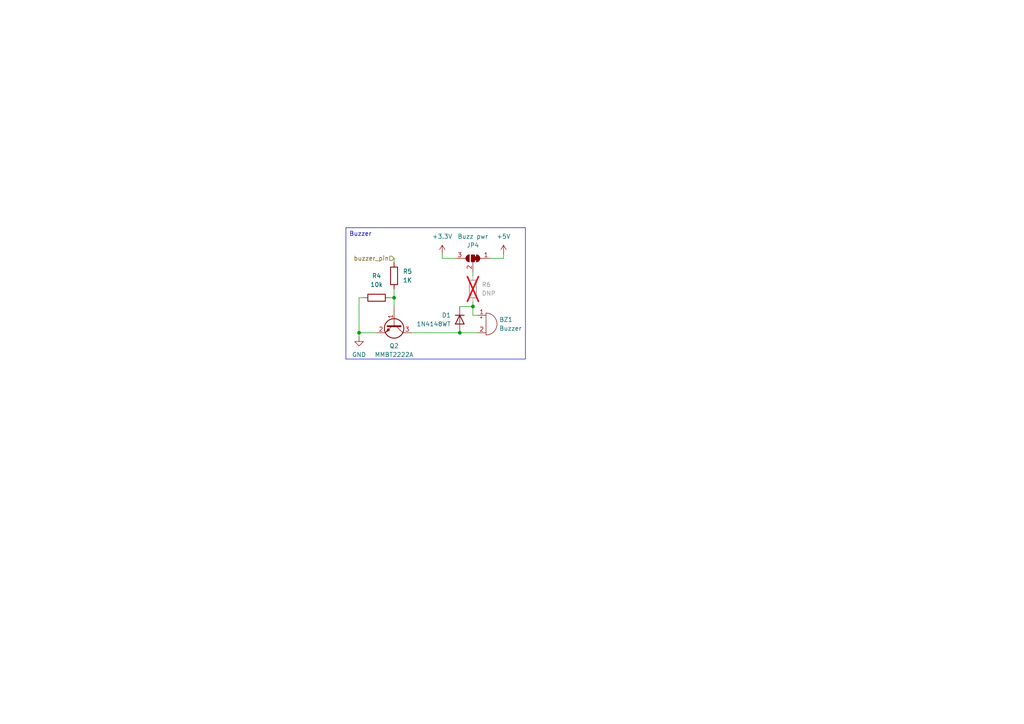
<source format=kicad_sch>
(kicad_sch (version 20250114) (generator "eeschema") (generator_version "9.0")
  (paper "A4")
  (lib_symbols
    (symbol "Device:Buzzer" (pin_names (offset 0.0254) (hide yes))
      (property "Reference" "BZ" (at 3.81 1.27 0))
      (property "Value" "Buzzer" (at 3.81 -1.27 0))
      (symbol "Buzzer_0_1"
        (polyline (pts (xy -1.651 1.905) (xy -1.143 1.905)))
        (polyline (pts (xy -1.397 2.159) (xy -1.397 1.651)))
        (arc (start 0 3.175) (mid 3.1612 0) (end 0 -3.175))
        (polyline (pts (xy 0 3.175) (xy 0 -3.175)))
      )
      (symbol "Buzzer_1_1"
        (pin passive line (at -2.54 2.54 0) (length 2.54) (name "+") (number "1"))
        (pin passive line (at -2.54 -2.54 0) (length 2.54) (name "-") (number "2"))
      )
    )
    (symbol "Device:R" (pin_numbers (hide yes)) (pin_names (offset 0))
      (property "Reference" "R" (at 2.032 0 90))
      (property "Value" "R" (at 0 0 90))
      (symbol "R_0_1"
        (rectangle (start -1.016 -2.54) (end 1.016 2.54) (stroke (width 0.254)))
      )
      (symbol "R_1_1"
        (pin passive line (at 0 3.81 270) (length 1.27) (name "~") (number "1"))
        (pin passive line (at 0 -3.81 90) (length 1.27) (name "~") (number "2"))
      )
    )
    (symbol "Diode:1N4148WT" (pin_numbers (hide yes)) (pin_names (hide yes))
      (property "Reference" "D" (at 0 2.54 0))
      (property "Value" "1N4148WT" (at 0 -2.54 0))
      (symbol "1N4148WT_0_1"
        (polyline (pts (xy -1.27 1.27) (xy -1.27 -1.27)) (stroke (width 0.254)))
        (polyline (pts (xy 1.27 1.27) (xy 1.27 -1.27) (xy -1.27 0) (xy 1.27 1.27)) (stroke (width 0.254)))
        (polyline (pts (xy 1.27 0) (xy -1.27 0)))
      )
      (symbol "1N4148WT_1_1"
        (pin passive line (at -3.81 0 0) (length 2.54) (name "K") (number "1"))
        (pin passive line (at 3.81 0 180) (length 2.54) (name "A") (number "2"))
      )
    )
    (symbol "Jumper:SolderJumper_3_Bridged12" (pin_names (offset 0) (hide yes)) (exclude_from_sim yes) (in_bom no)
      (property "Reference" "JP" (at -2.54 -2.54 0))
      (property "Value" "SolderJumper_3_Bridged12" (at 0 2.794 0))
      (symbol "SolderJumper_3_Bridged12_0_1"
        (polyline (pts (xy -2.54 0) (xy -2.032 0)))
        (polyline (pts (xy -1.016 1.016) (xy -1.016 -1.016)))
        (rectangle (start -1.016 0.508) (end -0.508 -0.508) (fill (type outline)))
        (arc (start -1.016 -1.016) (mid -2.0276 0) (end -1.016 1.016))
        (arc (start -1.016 -1.016) (mid -2.0276 0) (end -1.016 1.016) (fill (type outline)))
        (rectangle (start -0.508 1.016) (end 0.508 -1.016) (fill (type outline)))
        (polyline (pts (xy 0 -1.27) (xy 0 -1.016)))
        (arc (start 1.016 1.016) (mid 2.0276 0) (end 1.016 -1.016))
        (arc (start 1.016 1.016) (mid 2.0276 0) (end 1.016 -1.016) (fill (type outline)))
        (polyline (pts (xy 1.016 1.016) (xy 1.016 -1.016)))
        (polyline (pts (xy 2.54 0) (xy 2.032 0)))
      )
      (symbol "SolderJumper_3_Bridged12_1_1"
        (pin passive line (at -5.08 0 0) (length 2.54) (name "A") (number "1"))
        (pin passive line (at 0 -3.81 90) (length 2.54) (name "C") (number "2"))
        (pin passive line (at 5.08 0 180) (length 2.54) (name "B") (number "3"))
      )
    )
    (symbol "Transistor_BJT:MMBT2222A" (pin_names (offset 0) (hide yes))
      (property "Reference" "Q" (at 5.08 1.905 0))
      (property "Value" "MMBT2222A" (at 5.08 0 0))
      (symbol "MMBT2222A_0_1"
        (polyline (pts (xy 0.635 1.905) (xy 0.635 -1.905) (xy 0.635 -1.905)) (stroke (width 0.508)))
        (polyline (pts (xy 0.635 0.635) (xy 2.54 2.54)))
        (polyline (pts (xy 0.635 -0.635) (xy 2.54 -2.54) (xy 2.54 -2.54)))
        (circle (center 1.27 0) (radius 2.8194) (stroke (width 0.254)))
        (polyline (pts (xy 1.27 -1.778) (xy 1.778 -1.27) (xy 2.286 -2.286) (xy 1.27 -1.778) (xy 1.27 -1.778)) (fill (type outline)))
      )
      (symbol "MMBT2222A_1_1"
        (pin input line (at -5.08 0 0) (length 5.715) (name "B") (number "1"))
        (pin passive line (at 2.54 5.08 270) (length 2.54) (name "C") (number "3"))
        (pin passive line (at 2.54 -5.08 90) (length 2.54) (name "E") (number "2"))
      )
    )
    (symbol "power:+3.3V" (power) (pin_numbers (hide yes)) (pin_names (offset 0) (hide yes))
      (property "Value" "+3.3V" (at 0 3.556 0))
      (symbol "+3.3V_0_1"
        (polyline (pts (xy -0.762 1.27) (xy 0 2.54)))
        (polyline (pts (xy 0 2.54) (xy 0.762 1.27)))
        (polyline (pts (xy 0 0) (xy 0 2.54)))
      )
      (symbol "+3.3V_1_1"
        (pin power_in line (at 0 0 90) (length 0) (name "~") (number "1"))
      )
    )
    (symbol "power:+5V" (power) (pin_numbers (hide yes)) (pin_names (offset 0) (hide yes))
      (property "Value" "+5V" (at 0 3.556 0))
      (symbol "+5V_0_1"
        (polyline (pts (xy -0.762 1.27) (xy 0 2.54)))
        (polyline (pts (xy 0 2.54) (xy 0.762 1.27)))
        (polyline (pts (xy 0 0) (xy 0 2.54)))
      )
      (symbol "+5V_1_1"
        (pin power_in line (at 0 0 90) (length 0) (name "~") (number "1"))
      )
    )
    (symbol "power:GND" (power) (pin_numbers (hide yes)) (pin_names (offset 0) (hide yes))
      (property "Value" "GND" (at 0 -3.81 0))
      (symbol "GND_0_1"
        (polyline (pts (xy 0 0) (xy 0 -1.27) (xy 1.27 -1.27) (xy 0 -2.54) (xy -1.27 -1.27) (xy 0 -1.27)))
      )
      (symbol "GND_1_1"
        (pin power_in line (at 0 0 270) (length 0) (name "~") (number "1"))
      )
    )
  )
  (text_box "Buzzer" (at 100.33 66.04 0) (size 52.07 38.1) (margins 0.9525 0.9525 0.9525 0.9525) (effects (font (size 1.27 1.27)) (justify left top)))
  (junction (at 104.14 96.52))
  (junction (at 133.35 96.52))
  (junction (at 137.16 88.9))
  (junction (at 114.3 86.36))
  (wire (pts (xy 113.03 86.36) (xy 114.3 86.36)))
  (wire (pts (xy 133.35 96.52) (xy 138.43 96.52)))
  (wire (pts (xy 128.27 74.93) (xy 132.08 74.93)))
  (wire (pts (xy 104.14 86.36) (xy 104.14 96.52)))
  (wire (pts (xy 137.16 78.74) (xy 137.16 80.01)))
  (wire (pts (xy 137.16 91.44) (xy 138.43 91.44)))
  (wire (pts (xy 119.38 96.52) (xy 133.35 96.52)))
  (wire (pts (xy 105.41 86.36) (xy 104.14 86.36)))
  (wire (pts (xy 137.16 88.9) (xy 137.16 91.44)))
  (wire (pts (xy 114.3 83.82) (xy 114.3 86.36)))
  (wire (pts (xy 128.27 74.93) (xy 128.27 73.66)))
  (wire (pts (xy 104.14 97.79) (xy 104.14 96.52)))
  (wire (pts (xy 114.3 74.93) (xy 114.3 76.2)))
  (wire (pts (xy 137.16 87.63) (xy 137.16 88.9)))
  (wire (pts (xy 104.14 96.52) (xy 109.22 96.52)))
  (wire (pts (xy 133.35 88.9) (xy 137.16 88.9)))
  (wire (pts (xy 146.05 74.93) (xy 146.05 73.66)))
  (wire (pts (xy 146.05 74.93) (xy 142.24 74.93)))
  (wire (pts (xy 114.3 86.36) (xy 114.3 88.9)))
  (hierarchical_label "buzzer_pin" (shape input) (at 114.3 74.93 180))
  (symbol (lib_id "Transistor_BJT:MMBT2222A") (at 114.3 93.98 270) (unit 1)
    (property "Reference" "Q2" (at 114.3 100.33 90))
    (property "Value" "MMBT2222A" (at 114.3 102.87 90))
    (property "Footprint" "Package_TO_SOT_SMD:SOT-23" (effects (hide yes)))
    (property "Datasheet" "https://assets.nexperia.com/documents/data-sheet/MMBT2222A.pdf" (effects (hide yes)))
    (property "Description" "600mA Ic, 40V Vce, NPN Transistor, SOT-23" (effects (hide yes)))
    (property "MPN" "MMBT2222A" (effects (hide yes)))
  )
  (symbol (lib_id "Jumper:SolderJumper_3_Bridged12") (at 137.16 74.93 0) (mirror y) (unit 1) (exclude_from_sim yes) (in_bom no)
    (property "Reference" "JP4" (at 137.16 71.12 0))
    (property "Value" "Buzz pwr" (at 137.16 68.58 0))
    (property "Footprint" "Jumper:SolderJumper-3_P1.3mm_Bridged12_RoundedPad1.0x1.5mm_NumberLabels" (effects (hide yes)))
    (property "Description" "3-pole Solder Jumper, pins 1+2 closed/bridged" (effects (hide yes)))
  )
  (symbol (lib_id "Diode:1N4148WT") (at 133.35 92.71 90) (mirror x) (unit 1)
    (property "Reference" "D1" (at 130.81 91.4399 90) (effects (justify left)))
    (property "Value" "1N4148WT" (at 130.81 93.9799 90) (effects (justify left)))
    (property "Footprint" "Diode_SMD:D_SOD-523" (effects (hide yes)))
    (property "Datasheet" "https://www.diodes.com/assets/Datasheets/ds30396.pdf" (effects (hide yes)))
    (property "Description" "75V 0.15A Fast switching Diode, SOD-523" (effects (hide yes)))
    (property "Sim.Device" "D" (effects (hide yes)))
    (property "Sim.Pins" "1=K 2=A" (effects (hide yes)))
    (property "MPN" "1N4148WT" (effects (hide yes)))
  )
  (symbol (lib_id "power:+3.3V") (at 128.27 73.66 0) (unit 1)
    (property "Reference" "#PWR031" (effects (hide yes)))
    (property "Value" "+3.3V" (at 128.27 68.58 0))
    (property "Description" "Power symbol creates a global label with name \"+3.3V\"" (effects (hide yes)))
  )
  (symbol (lib_id "Device:R") (at 109.22 86.36 270) (unit 1)
    (property "Reference" "R4" (at 109.22 80.01 90))
    (property "Value" "10k" (at 109.22 82.55 90))
    (property "Footprint" "Resistor_SMD:R_0805_2012Metric" (effects (hide yes)))
    (property "Description" "Resistor" (effects (hide yes)))
    (property "MPN" "CRCW080510K0FKEA" (effects (hide yes)))
  )
  (symbol (lib_id "Device:R") (at 114.3 80.01 180) (unit 1)
    (property "Reference" "R5" (at 116.84 78.7399 0) (effects (justify right)))
    (property "Value" "1K" (at 116.84 81.2799 0) (effects (justify right)))
    (property "Footprint" "Resistor_SMD:R_0805_2012Metric" (effects (hide yes)))
    (property "Description" "Resistor" (effects (hide yes)))
    (property "MPN" "CRCW08051K00FKEA" (effects (hide yes)))
  )
  (symbol (lib_id "power:+5V") (at 146.05 73.66 0) (mirror y) (unit 1)
    (property "Reference" "#PWR029" (effects (hide yes)))
    (property "Value" "+5V" (at 146.05 68.58 0))
    (property "Description" "Power symbol creates a global label with name \"+5V\"" (effects (hide yes)))
  )
  (symbol (lib_id "Device:Buzzer") (at 140.97 93.98 0) (unit 1)
    (property "Reference" "BZ1" (at 144.78 92.7099 0) (effects (justify left)))
    (property "Value" "Buzzer" (at 144.78 95.2499 0) (effects (justify left)))
    (property "Footprint" "Buzzer_Beeper:Buzzer_TDK_PS1240P02BT_D12.2mm_H6.5mm" (effects (hide yes)))
    (property "Description" "Buzzer, polarized" (effects (hide yes)))
    (property "MPN" "PS1240P02BT" (effects (hide yes)))
  )
  (symbol (lib_id "Device:R") (at 137.16 83.82 0) (unit 1) (dnp yes)
    (property "Reference" "R6" (at 139.7 82.5499 0) (effects (justify left)))
    (property "Value" "DNP" (at 139.7 85.0899 0) (effects (justify left)))
    (property "Footprint" "Resistor_SMD:R_0805_2012Metric" (effects (hide yes)))
    (property "Description" "Resistor" (effects (hide yes)))
  )
  (symbol (lib_id "power:GND") (at 104.14 97.79 0) (unit 1)
    (property "Reference" "#PWR028" (effects (hide yes)))
    (property "Value" "GND" (at 104.14 102.87 0))
    (property "Description" "Power symbol creates a global label with name \"GND\" , ground" (effects (hide yes)))
  )
)
</source>
